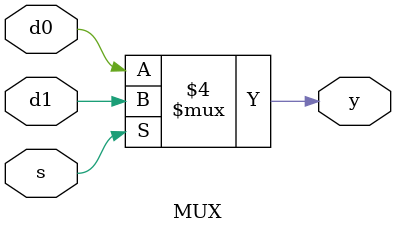
<source format=v>
module MUX(d0,d1,s,y);
input d0,d1,s;
output y;
reg y;

always@(d0 or d1 or s)
begin
	if(s==1)
		y = d1;
	else
		y = d0;
end
endmodule

</source>
